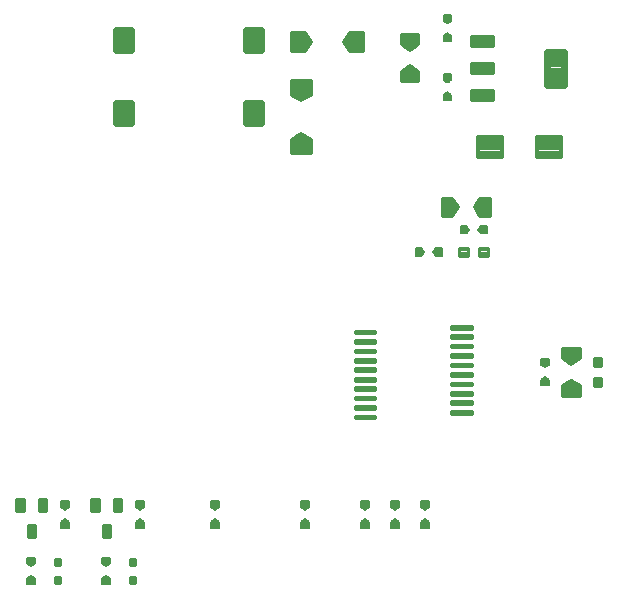
<source format=gbr>
G75*
%MOIN*%
%OFA0B0*%
%FSLAX25Y25*%
%IPPOS*%
%LPD*%
%AMOC8*
5,1,8,0,0,1.08239X$1,22.5*
%
%ADD10C,0.00886*%
%ADD11C,0.01200*%
%ADD12C,0.00500*%
%ADD13C,0.01063*%
%ADD14C,0.01451*%
%ADD15C,0.02182*%
%ADD16C,0.01296*%
%ADD17C,0.02418*%
%ADD18C,0.00850*%
D10*
X0146674Y0116246D02*
X0153464Y0116246D01*
X0146674Y0116246D02*
X0146674Y0117132D01*
X0153464Y0117132D01*
X0153464Y0116246D01*
X0153464Y0117131D02*
X0146674Y0117131D01*
X0146674Y0119396D02*
X0153464Y0119396D01*
X0146674Y0119396D02*
X0146674Y0120282D01*
X0153464Y0120282D01*
X0153464Y0119396D01*
X0153464Y0120281D02*
X0146674Y0120281D01*
X0146674Y0122545D02*
X0153464Y0122545D01*
X0146674Y0122545D02*
X0146674Y0123431D01*
X0153464Y0123431D01*
X0153464Y0122545D01*
X0153464Y0123430D02*
X0146674Y0123430D01*
X0146674Y0125695D02*
X0153464Y0125695D01*
X0146674Y0125695D02*
X0146674Y0126581D01*
X0153464Y0126581D01*
X0153464Y0125695D01*
X0153464Y0126580D02*
X0146674Y0126580D01*
X0146674Y0128844D02*
X0153464Y0128844D01*
X0146674Y0128844D02*
X0146674Y0129730D01*
X0153464Y0129730D01*
X0153464Y0128844D01*
X0153464Y0129729D02*
X0146674Y0129729D01*
X0146674Y0131994D02*
X0153464Y0131994D01*
X0146674Y0131994D02*
X0146674Y0132880D01*
X0153464Y0132880D01*
X0153464Y0131994D01*
X0153464Y0132879D02*
X0146674Y0132879D01*
X0146674Y0135144D02*
X0153464Y0135144D01*
X0146674Y0135144D02*
X0146674Y0136030D01*
X0153464Y0136030D01*
X0153464Y0135144D01*
X0153464Y0136029D02*
X0146674Y0136029D01*
X0146674Y0138293D02*
X0153464Y0138293D01*
X0146674Y0138293D02*
X0146674Y0139179D01*
X0153464Y0139179D01*
X0153464Y0138293D01*
X0153464Y0139178D02*
X0146674Y0139178D01*
X0146674Y0141443D02*
X0153464Y0141443D01*
X0146674Y0141443D02*
X0146674Y0142329D01*
X0153464Y0142329D01*
X0153464Y0141443D01*
X0153464Y0142328D02*
X0146674Y0142328D01*
X0146674Y0144592D02*
X0153464Y0144592D01*
X0146674Y0144592D02*
X0146674Y0145478D01*
X0153464Y0145478D01*
X0153464Y0144592D01*
X0153464Y0145477D02*
X0146674Y0145477D01*
X0178957Y0146167D02*
X0185747Y0146167D01*
X0178957Y0146167D02*
X0178957Y0147053D01*
X0185747Y0147053D01*
X0185747Y0146167D01*
X0185747Y0147052D02*
X0178957Y0147052D01*
X0178957Y0143018D02*
X0185747Y0143018D01*
X0178957Y0143018D02*
X0178957Y0143904D01*
X0185747Y0143904D01*
X0185747Y0143018D01*
X0185747Y0143903D02*
X0178957Y0143903D01*
X0178957Y0139868D02*
X0185747Y0139868D01*
X0178957Y0139868D02*
X0178957Y0140754D01*
X0185747Y0140754D01*
X0185747Y0139868D01*
X0185747Y0140753D02*
X0178957Y0140753D01*
X0178957Y0136718D02*
X0185747Y0136718D01*
X0178957Y0136718D02*
X0178957Y0137604D01*
X0185747Y0137604D01*
X0185747Y0136718D01*
X0185747Y0137603D02*
X0178957Y0137603D01*
X0178957Y0133569D02*
X0185747Y0133569D01*
X0178957Y0133569D02*
X0178957Y0134455D01*
X0185747Y0134455D01*
X0185747Y0133569D01*
X0185747Y0134454D02*
X0178957Y0134454D01*
X0178957Y0130419D02*
X0185747Y0130419D01*
X0178957Y0130419D02*
X0178957Y0131305D01*
X0185747Y0131305D01*
X0185747Y0130419D01*
X0185747Y0131304D02*
X0178957Y0131304D01*
X0178957Y0127270D02*
X0185747Y0127270D01*
X0178957Y0127270D02*
X0178957Y0128156D01*
X0185747Y0128156D01*
X0185747Y0127270D01*
X0185747Y0128155D02*
X0178957Y0128155D01*
X0178957Y0124120D02*
X0185747Y0124120D01*
X0178957Y0124120D02*
X0178957Y0125006D01*
X0185747Y0125006D01*
X0185747Y0124120D01*
X0185747Y0125005D02*
X0178957Y0125005D01*
X0178957Y0120970D02*
X0185747Y0120970D01*
X0178957Y0120970D02*
X0178957Y0121856D01*
X0185747Y0121856D01*
X0185747Y0120970D01*
X0185747Y0121855D02*
X0178957Y0121855D01*
X0178957Y0117821D02*
X0185747Y0117821D01*
X0178957Y0117821D02*
X0178957Y0118707D01*
X0185747Y0118707D01*
X0185747Y0117821D01*
X0185747Y0118706D02*
X0178957Y0118706D01*
D11*
X0216105Y0123837D02*
X0216105Y0126962D01*
X0218917Y0128837D01*
X0221730Y0126962D01*
X0221730Y0123837D01*
X0216105Y0123837D01*
X0216105Y0123898D02*
X0221730Y0123898D01*
X0221730Y0125096D02*
X0216105Y0125096D01*
X0216105Y0126295D02*
X0221730Y0126295D01*
X0220933Y0127493D02*
X0216902Y0127493D01*
X0218699Y0128692D02*
X0219135Y0128692D01*
X0218917Y0134462D02*
X0216105Y0136337D01*
X0216105Y0139462D01*
X0221730Y0139462D01*
X0221730Y0136337D01*
X0218917Y0134462D01*
X0218584Y0134684D02*
X0219251Y0134684D01*
X0221048Y0135883D02*
X0216786Y0135883D01*
X0216105Y0137081D02*
X0221730Y0137081D01*
X0221730Y0138280D02*
X0216105Y0138280D01*
X0191730Y0183837D02*
X0188605Y0183837D01*
X0186730Y0186650D01*
X0188605Y0189462D01*
X0191730Y0189462D01*
X0191730Y0183837D01*
X0191730Y0185022D02*
X0187815Y0185022D01*
X0187016Y0186220D02*
X0191730Y0186220D01*
X0191730Y0187419D02*
X0187243Y0187419D01*
X0188042Y0188617D02*
X0191730Y0188617D01*
X0181105Y0186650D02*
X0179230Y0183837D01*
X0176105Y0183837D01*
X0176105Y0189462D01*
X0179230Y0189462D01*
X0181105Y0186650D01*
X0180819Y0186220D02*
X0176105Y0186220D01*
X0176105Y0185022D02*
X0180020Y0185022D01*
X0180592Y0187419D02*
X0176105Y0187419D01*
X0176105Y0188617D02*
X0179793Y0188617D01*
X0167980Y0228522D02*
X0162355Y0228522D01*
X0162355Y0231647D01*
X0165167Y0233522D01*
X0167980Y0231647D01*
X0167980Y0228522D01*
X0167980Y0229367D02*
X0162355Y0229367D01*
X0162355Y0230565D02*
X0167980Y0230565D01*
X0167805Y0231764D02*
X0162530Y0231764D01*
X0164328Y0232962D02*
X0166007Y0232962D01*
X0165167Y0239147D02*
X0162355Y0241022D01*
X0162355Y0244147D01*
X0167980Y0244147D01*
X0167980Y0241022D01*
X0165167Y0239147D01*
X0163658Y0240153D02*
X0166677Y0240153D01*
X0167980Y0241352D02*
X0162355Y0241352D01*
X0162355Y0242550D02*
X0167980Y0242550D01*
X0167980Y0243749D02*
X0162355Y0243749D01*
X0149542Y0243749D02*
X0144552Y0243749D01*
X0145167Y0244775D02*
X0143292Y0241650D01*
X0145167Y0238525D01*
X0149542Y0238525D01*
X0149542Y0244775D01*
X0145167Y0244775D01*
X0143833Y0242550D02*
X0149542Y0242550D01*
X0149542Y0241352D02*
X0143471Y0241352D01*
X0144190Y0240153D02*
X0149542Y0240153D01*
X0149542Y0238955D02*
X0144909Y0238955D01*
X0132042Y0241650D02*
X0130167Y0238525D01*
X0125792Y0238525D01*
X0125792Y0244775D01*
X0130167Y0244775D01*
X0132042Y0241650D01*
X0131864Y0241352D02*
X0125792Y0241352D01*
X0125792Y0242550D02*
X0131502Y0242550D01*
X0130783Y0243749D02*
X0125792Y0243749D01*
X0125792Y0240153D02*
X0131145Y0240153D01*
X0130425Y0238955D02*
X0125792Y0238955D01*
X0125792Y0228525D02*
X0125792Y0224150D01*
X0128917Y0222275D01*
X0132042Y0224150D01*
X0132042Y0228525D01*
X0125792Y0228525D01*
X0125792Y0228168D02*
X0132042Y0228168D01*
X0132042Y0226970D02*
X0125792Y0226970D01*
X0125792Y0225771D02*
X0132042Y0225771D01*
X0132042Y0224573D02*
X0125792Y0224573D01*
X0127085Y0223374D02*
X0130750Y0223374D01*
X0128917Y0211025D02*
X0125792Y0209150D01*
X0125792Y0204775D01*
X0132042Y0204775D01*
X0132042Y0209150D01*
X0128917Y0211025D01*
X0127527Y0210191D02*
X0130307Y0210191D01*
X0132042Y0208992D02*
X0125792Y0208992D01*
X0125792Y0207794D02*
X0132042Y0207794D01*
X0132042Y0206595D02*
X0125792Y0206595D01*
X0125792Y0205397D02*
X0132042Y0205397D01*
D12*
X0037667Y0062900D02*
X0037667Y0061025D01*
X0040167Y0061025D01*
X0040167Y0062900D01*
X0038917Y0063837D01*
X0037667Y0062900D01*
X0037757Y0062966D02*
X0040078Y0062966D01*
X0040167Y0062468D02*
X0037667Y0062468D01*
X0037667Y0061969D02*
X0040167Y0061969D01*
X0040167Y0061471D02*
X0037667Y0061471D01*
X0038421Y0063465D02*
X0039413Y0063465D01*
X0038917Y0066962D02*
X0037667Y0067900D01*
X0037667Y0069775D01*
X0040167Y0069775D01*
X0040167Y0067900D01*
X0038917Y0066962D01*
X0038263Y0067453D02*
X0039572Y0067453D01*
X0040167Y0067952D02*
X0037667Y0067952D01*
X0037667Y0068450D02*
X0040167Y0068450D01*
X0040167Y0068949D02*
X0037667Y0068949D01*
X0037667Y0069447D02*
X0040167Y0069447D01*
X0048917Y0079775D02*
X0048917Y0081650D01*
X0050167Y0082587D01*
X0051417Y0081650D01*
X0051417Y0079775D01*
X0048917Y0079775D01*
X0048917Y0079916D02*
X0051417Y0079916D01*
X0051417Y0080414D02*
X0048917Y0080414D01*
X0048917Y0080913D02*
X0051417Y0080913D01*
X0051417Y0081411D02*
X0048917Y0081411D01*
X0049264Y0081910D02*
X0051070Y0081910D01*
X0050406Y0082408D02*
X0049929Y0082408D01*
X0050167Y0085712D02*
X0048917Y0086650D01*
X0048917Y0088525D01*
X0051417Y0088525D01*
X0051417Y0086650D01*
X0050167Y0085712D01*
X0049919Y0085898D02*
X0050415Y0085898D01*
X0051080Y0086397D02*
X0049255Y0086397D01*
X0048917Y0086895D02*
X0051417Y0086895D01*
X0051417Y0087394D02*
X0048917Y0087394D01*
X0048917Y0087892D02*
X0051417Y0087892D01*
X0051417Y0088391D02*
X0048917Y0088391D01*
X0062667Y0069775D02*
X0065167Y0069775D01*
X0065167Y0067900D01*
X0063917Y0066962D01*
X0062667Y0067900D01*
X0062667Y0069775D01*
X0062667Y0069447D02*
X0065167Y0069447D01*
X0065167Y0068949D02*
X0062667Y0068949D01*
X0062667Y0068450D02*
X0065167Y0068450D01*
X0065167Y0067952D02*
X0062667Y0067952D01*
X0063263Y0067453D02*
X0064572Y0067453D01*
X0063917Y0063837D02*
X0065167Y0062900D01*
X0065167Y0061025D01*
X0062667Y0061025D01*
X0062667Y0062900D01*
X0063917Y0063837D01*
X0063421Y0063465D02*
X0064413Y0063465D01*
X0065078Y0062966D02*
X0062757Y0062966D01*
X0062667Y0062468D02*
X0065167Y0062468D01*
X0065167Y0061969D02*
X0062667Y0061969D01*
X0062667Y0061471D02*
X0065167Y0061471D01*
X0073917Y0079775D02*
X0073917Y0081650D01*
X0075167Y0082587D01*
X0076417Y0081650D01*
X0076417Y0079775D01*
X0073917Y0079775D01*
X0073917Y0079916D02*
X0076417Y0079916D01*
X0076417Y0080414D02*
X0073917Y0080414D01*
X0073917Y0080913D02*
X0076417Y0080913D01*
X0076417Y0081411D02*
X0073917Y0081411D01*
X0074264Y0081910D02*
X0076070Y0081910D01*
X0075406Y0082408D02*
X0074929Y0082408D01*
X0075167Y0085712D02*
X0073917Y0086650D01*
X0073917Y0088525D01*
X0076417Y0088525D01*
X0076417Y0086650D01*
X0075167Y0085712D01*
X0074919Y0085898D02*
X0075415Y0085898D01*
X0076080Y0086397D02*
X0074255Y0086397D01*
X0073917Y0086895D02*
X0076417Y0086895D01*
X0076417Y0087394D02*
X0073917Y0087394D01*
X0073917Y0087892D02*
X0076417Y0087892D01*
X0076417Y0088391D02*
X0073917Y0088391D01*
X0098917Y0088391D02*
X0101417Y0088391D01*
X0101417Y0088525D02*
X0101417Y0086650D01*
X0100167Y0085712D01*
X0098917Y0086650D01*
X0098917Y0088525D01*
X0101417Y0088525D01*
X0101417Y0087892D02*
X0098917Y0087892D01*
X0098917Y0087394D02*
X0101417Y0087394D01*
X0101417Y0086895D02*
X0098917Y0086895D01*
X0099255Y0086397D02*
X0101080Y0086397D01*
X0100415Y0085898D02*
X0099919Y0085898D01*
X0100167Y0082587D02*
X0098917Y0081650D01*
X0098917Y0079775D01*
X0101417Y0079775D01*
X0101417Y0081650D01*
X0100167Y0082587D01*
X0099929Y0082408D02*
X0100406Y0082408D01*
X0101070Y0081910D02*
X0099264Y0081910D01*
X0098917Y0081411D02*
X0101417Y0081411D01*
X0101417Y0080913D02*
X0098917Y0080913D01*
X0098917Y0080414D02*
X0101417Y0080414D01*
X0101417Y0079916D02*
X0098917Y0079916D01*
X0128917Y0079916D02*
X0131417Y0079916D01*
X0131417Y0079775D02*
X0128917Y0079775D01*
X0128917Y0081650D01*
X0130167Y0082587D01*
X0131417Y0081650D01*
X0131417Y0079775D01*
X0131417Y0080414D02*
X0128917Y0080414D01*
X0128917Y0080913D02*
X0131417Y0080913D01*
X0131417Y0081411D02*
X0128917Y0081411D01*
X0129264Y0081910D02*
X0131070Y0081910D01*
X0130406Y0082408D02*
X0129929Y0082408D01*
X0130167Y0085712D02*
X0128917Y0086650D01*
X0128917Y0088525D01*
X0131417Y0088525D01*
X0131417Y0086650D01*
X0130167Y0085712D01*
X0129919Y0085898D02*
X0130415Y0085898D01*
X0131080Y0086397D02*
X0129255Y0086397D01*
X0128917Y0086895D02*
X0131417Y0086895D01*
X0131417Y0087394D02*
X0128917Y0087394D01*
X0128917Y0087892D02*
X0131417Y0087892D01*
X0131417Y0088391D02*
X0128917Y0088391D01*
X0148917Y0088391D02*
X0151417Y0088391D01*
X0151417Y0088525D02*
X0151417Y0086650D01*
X0150167Y0085712D01*
X0148917Y0086650D01*
X0148917Y0088525D01*
X0151417Y0088525D01*
X0151417Y0087892D02*
X0148917Y0087892D01*
X0148917Y0087394D02*
X0151417Y0087394D01*
X0151417Y0086895D02*
X0148917Y0086895D01*
X0149255Y0086397D02*
X0151080Y0086397D01*
X0150415Y0085898D02*
X0149919Y0085898D01*
X0150167Y0082587D02*
X0151417Y0081650D01*
X0151417Y0079775D01*
X0148917Y0079775D01*
X0148917Y0081650D01*
X0150167Y0082587D01*
X0149929Y0082408D02*
X0150406Y0082408D01*
X0151070Y0081910D02*
X0149264Y0081910D01*
X0148917Y0081411D02*
X0151417Y0081411D01*
X0151417Y0080913D02*
X0148917Y0080913D01*
X0148917Y0080414D02*
X0151417Y0080414D01*
X0151417Y0079916D02*
X0148917Y0079916D01*
X0158917Y0079916D02*
X0161417Y0079916D01*
X0161417Y0079775D02*
X0158917Y0079775D01*
X0158917Y0081650D01*
X0160167Y0082587D01*
X0161417Y0081650D01*
X0161417Y0079775D01*
X0161417Y0080414D02*
X0158917Y0080414D01*
X0158917Y0080913D02*
X0161417Y0080913D01*
X0161417Y0081411D02*
X0158917Y0081411D01*
X0159264Y0081910D02*
X0161070Y0081910D01*
X0160406Y0082408D02*
X0159929Y0082408D01*
X0160167Y0085712D02*
X0158917Y0086650D01*
X0158917Y0088525D01*
X0161417Y0088525D01*
X0161417Y0086650D01*
X0160167Y0085712D01*
X0159919Y0085898D02*
X0160415Y0085898D01*
X0161080Y0086397D02*
X0159255Y0086397D01*
X0158917Y0086895D02*
X0161417Y0086895D01*
X0161417Y0087394D02*
X0158917Y0087394D01*
X0158917Y0087892D02*
X0161417Y0087892D01*
X0161417Y0088391D02*
X0158917Y0088391D01*
X0168917Y0088391D02*
X0171417Y0088391D01*
X0171417Y0088525D02*
X0171417Y0086650D01*
X0170167Y0085712D01*
X0168917Y0086650D01*
X0168917Y0088525D01*
X0171417Y0088525D01*
X0171417Y0087892D02*
X0168917Y0087892D01*
X0168917Y0087394D02*
X0171417Y0087394D01*
X0171417Y0086895D02*
X0168917Y0086895D01*
X0169255Y0086397D02*
X0171080Y0086397D01*
X0170415Y0085898D02*
X0169919Y0085898D01*
X0170167Y0082587D02*
X0171417Y0081650D01*
X0171417Y0079775D01*
X0168917Y0079775D01*
X0168917Y0081650D01*
X0170167Y0082587D01*
X0169929Y0082408D02*
X0170406Y0082408D01*
X0171070Y0081910D02*
X0169264Y0081910D01*
X0168917Y0081411D02*
X0171417Y0081411D01*
X0171417Y0080913D02*
X0168917Y0080913D01*
X0168917Y0080414D02*
X0171417Y0080414D01*
X0171417Y0079916D02*
X0168917Y0079916D01*
X0208917Y0127275D02*
X0211417Y0127275D01*
X0211417Y0129150D01*
X0210167Y0130087D01*
X0208917Y0129150D01*
X0208917Y0127275D01*
X0208917Y0127773D02*
X0211417Y0127773D01*
X0211417Y0128271D02*
X0208917Y0128271D01*
X0208917Y0128770D02*
X0211417Y0128770D01*
X0211259Y0129269D02*
X0209076Y0129269D01*
X0209741Y0129767D02*
X0210594Y0129767D01*
X0210167Y0133212D02*
X0208917Y0134150D01*
X0208917Y0136025D01*
X0211417Y0136025D01*
X0211417Y0134150D01*
X0210167Y0133212D01*
X0210108Y0133257D02*
X0210227Y0133257D01*
X0210891Y0133755D02*
X0209443Y0133755D01*
X0208917Y0134254D02*
X0211417Y0134254D01*
X0211417Y0134752D02*
X0208917Y0134752D01*
X0208917Y0135251D02*
X0211417Y0135251D01*
X0211417Y0135749D02*
X0208917Y0135749D01*
X0175792Y0170400D02*
X0173917Y0170400D01*
X0172980Y0171650D01*
X0173917Y0172900D01*
X0175792Y0172900D01*
X0175792Y0170400D01*
X0175792Y0170645D02*
X0173733Y0170645D01*
X0173359Y0171143D02*
X0175792Y0171143D01*
X0175792Y0171642D02*
X0172986Y0171642D01*
X0173348Y0172140D02*
X0175792Y0172140D01*
X0175792Y0172639D02*
X0173722Y0172639D01*
X0169855Y0171650D02*
X0168917Y0170400D01*
X0167042Y0170400D01*
X0167042Y0172900D01*
X0168917Y0172900D01*
X0169855Y0171650D01*
X0169849Y0171642D02*
X0167042Y0171642D01*
X0167042Y0172140D02*
X0169487Y0172140D01*
X0169113Y0172639D02*
X0167042Y0172639D01*
X0167042Y0171143D02*
X0169475Y0171143D01*
X0169101Y0170645D02*
X0167042Y0170645D01*
X0182042Y0177900D02*
X0182042Y0180400D01*
X0183917Y0180400D01*
X0184855Y0179150D01*
X0183917Y0177900D01*
X0182042Y0177900D01*
X0182042Y0178123D02*
X0184085Y0178123D01*
X0184458Y0178621D02*
X0182042Y0178621D01*
X0182042Y0179120D02*
X0184832Y0179120D01*
X0184503Y0179618D02*
X0182042Y0179618D01*
X0182042Y0180117D02*
X0184130Y0180117D01*
X0187980Y0179150D02*
X0188917Y0177900D01*
X0190792Y0177900D01*
X0190792Y0180400D01*
X0188917Y0180400D01*
X0187980Y0179150D01*
X0188002Y0179120D02*
X0190792Y0179120D01*
X0190792Y0179618D02*
X0188331Y0179618D01*
X0188705Y0180117D02*
X0190792Y0180117D01*
X0190792Y0178621D02*
X0188376Y0178621D01*
X0188750Y0178123D02*
X0190792Y0178123D01*
X0178917Y0222275D02*
X0176417Y0222275D01*
X0176417Y0224150D01*
X0177667Y0225087D01*
X0178917Y0224150D01*
X0178917Y0222275D01*
X0178917Y0222490D02*
X0176417Y0222490D01*
X0176417Y0222989D02*
X0178917Y0222989D01*
X0178917Y0223487D02*
X0176417Y0223487D01*
X0176417Y0223986D02*
X0178917Y0223986D01*
X0178471Y0224484D02*
X0176863Y0224484D01*
X0177528Y0224983D02*
X0177807Y0224983D01*
X0177667Y0228212D02*
X0176417Y0229150D01*
X0176417Y0231025D01*
X0178917Y0231025D01*
X0178917Y0229150D01*
X0177667Y0228212D01*
X0177320Y0228472D02*
X0178014Y0228472D01*
X0178679Y0228971D02*
X0176656Y0228971D01*
X0176417Y0229469D02*
X0178917Y0229469D01*
X0178917Y0229968D02*
X0176417Y0229968D01*
X0176417Y0230466D02*
X0178917Y0230466D01*
X0178917Y0230965D02*
X0176417Y0230965D01*
X0176417Y0241965D02*
X0178917Y0241965D01*
X0178917Y0243840D01*
X0177667Y0244777D01*
X0176417Y0243840D01*
X0176417Y0241965D01*
X0176417Y0242431D02*
X0178917Y0242431D01*
X0178917Y0242929D02*
X0176417Y0242929D01*
X0176417Y0243428D02*
X0178917Y0243428D01*
X0178802Y0243926D02*
X0176533Y0243926D01*
X0177197Y0244425D02*
X0178137Y0244425D01*
X0177667Y0247902D02*
X0176417Y0248840D01*
X0176417Y0250715D01*
X0178917Y0250715D01*
X0178917Y0248840D01*
X0177667Y0247902D01*
X0177651Y0247914D02*
X0177684Y0247914D01*
X0178348Y0248413D02*
X0176986Y0248413D01*
X0176417Y0248911D02*
X0178917Y0248911D01*
X0178917Y0249410D02*
X0176417Y0249410D01*
X0176417Y0249908D02*
X0178917Y0249908D01*
X0178917Y0250407D02*
X0176417Y0250407D01*
D13*
X0181634Y0172890D02*
X0184508Y0172890D01*
X0184508Y0170410D01*
X0181634Y0170410D01*
X0181634Y0172890D01*
X0181634Y0171472D02*
X0184508Y0171472D01*
X0184508Y0172534D02*
X0181634Y0172534D01*
X0188327Y0172890D02*
X0191201Y0172890D01*
X0191201Y0170410D01*
X0188327Y0170410D01*
X0188327Y0172890D01*
X0188327Y0171472D02*
X0191201Y0171472D01*
X0191201Y0172534D02*
X0188327Y0172534D01*
X0228907Y0136433D02*
X0228907Y0133559D01*
X0226427Y0133559D01*
X0226427Y0136433D01*
X0228907Y0136433D01*
X0228907Y0134621D02*
X0226427Y0134621D01*
X0226427Y0135683D02*
X0228907Y0135683D01*
X0228907Y0129740D02*
X0228907Y0126866D01*
X0226427Y0126866D01*
X0226427Y0129740D01*
X0228907Y0129740D01*
X0228907Y0127928D02*
X0226427Y0127928D01*
X0226427Y0128990D02*
X0228907Y0128990D01*
X0068897Y0089258D02*
X0066417Y0089258D01*
X0068897Y0089258D02*
X0068897Y0085202D01*
X0066417Y0085202D01*
X0066417Y0089258D01*
X0066417Y0086264D02*
X0068897Y0086264D01*
X0068897Y0087326D02*
X0066417Y0087326D01*
X0066417Y0088388D02*
X0068897Y0088388D01*
X0061417Y0089258D02*
X0058937Y0089258D01*
X0061417Y0089258D02*
X0061417Y0085202D01*
X0058937Y0085202D01*
X0058937Y0089258D01*
X0058937Y0086264D02*
X0061417Y0086264D01*
X0061417Y0087326D02*
X0058937Y0087326D01*
X0058937Y0088388D02*
X0061417Y0088388D01*
X0062677Y0080597D02*
X0065157Y0080597D01*
X0065157Y0076541D01*
X0062677Y0076541D01*
X0062677Y0080597D01*
X0062677Y0077603D02*
X0065157Y0077603D01*
X0065157Y0078665D02*
X0062677Y0078665D01*
X0062677Y0079727D02*
X0065157Y0079727D01*
X0043897Y0089258D02*
X0041417Y0089258D01*
X0043897Y0089258D02*
X0043897Y0085202D01*
X0041417Y0085202D01*
X0041417Y0089258D01*
X0041417Y0086264D02*
X0043897Y0086264D01*
X0043897Y0087326D02*
X0041417Y0087326D01*
X0041417Y0088388D02*
X0043897Y0088388D01*
X0036417Y0089258D02*
X0033937Y0089258D01*
X0036417Y0089258D02*
X0036417Y0085202D01*
X0033937Y0085202D01*
X0033937Y0089258D01*
X0033937Y0086264D02*
X0036417Y0086264D01*
X0036417Y0087326D02*
X0033937Y0087326D01*
X0033937Y0088388D02*
X0036417Y0088388D01*
X0037677Y0080597D02*
X0040157Y0080597D01*
X0040157Y0076541D01*
X0037677Y0076541D01*
X0037677Y0080597D01*
X0037677Y0077603D02*
X0040157Y0077603D01*
X0040157Y0078665D02*
X0037677Y0078665D01*
X0037677Y0079727D02*
X0040157Y0079727D01*
D14*
X0187797Y0203345D02*
X0195983Y0203345D01*
X0187797Y0203345D02*
X0187797Y0209955D01*
X0195983Y0209955D01*
X0195983Y0203345D01*
X0195983Y0204795D02*
X0187797Y0204795D01*
X0187797Y0206245D02*
X0195983Y0206245D01*
X0195983Y0207695D02*
X0187797Y0207695D01*
X0187797Y0209145D02*
X0195983Y0209145D01*
X0207482Y0203345D02*
X0215668Y0203345D01*
X0207482Y0203345D02*
X0207482Y0209955D01*
X0215668Y0209955D01*
X0215668Y0203345D01*
X0215668Y0204795D02*
X0207482Y0204795D01*
X0207482Y0206245D02*
X0215668Y0206245D01*
X0215668Y0207695D02*
X0207482Y0207695D01*
X0207482Y0209145D02*
X0215668Y0209145D01*
D15*
X0110525Y0214734D02*
X0110525Y0221400D01*
X0115617Y0221400D01*
X0115617Y0214734D01*
X0110525Y0214734D01*
X0110525Y0216915D02*
X0115617Y0216915D01*
X0115617Y0219096D02*
X0110525Y0219096D01*
X0110525Y0221277D02*
X0115617Y0221277D01*
X0110525Y0238947D02*
X0110525Y0245613D01*
X0115617Y0245613D01*
X0115617Y0238947D01*
X0110525Y0238947D01*
X0110525Y0241128D02*
X0115617Y0241128D01*
X0115617Y0243309D02*
X0110525Y0243309D01*
X0110525Y0245490D02*
X0115617Y0245490D01*
X0067218Y0245613D02*
X0067218Y0238947D01*
X0067218Y0245613D02*
X0072310Y0245613D01*
X0072310Y0238947D01*
X0067218Y0238947D01*
X0067218Y0241128D02*
X0072310Y0241128D01*
X0072310Y0243309D02*
X0067218Y0243309D01*
X0067218Y0245490D02*
X0072310Y0245490D01*
X0067218Y0221400D02*
X0067218Y0214734D01*
X0067218Y0221400D02*
X0072310Y0221400D01*
X0072310Y0214734D01*
X0067218Y0214734D01*
X0067218Y0216915D02*
X0072310Y0216915D01*
X0072310Y0219096D02*
X0067218Y0219096D01*
X0067218Y0221277D02*
X0072310Y0221277D01*
D16*
X0185705Y0222288D02*
X0185705Y0225312D01*
X0192729Y0225312D01*
X0192729Y0222288D01*
X0185705Y0222288D01*
X0185705Y0223583D02*
X0192729Y0223583D01*
X0192729Y0224878D02*
X0185705Y0224878D01*
X0185705Y0231388D02*
X0185705Y0234412D01*
X0192729Y0234412D01*
X0192729Y0231388D01*
X0185705Y0231388D01*
X0185705Y0232683D02*
X0192729Y0232683D01*
X0192729Y0233978D02*
X0185705Y0233978D01*
X0185705Y0240488D02*
X0185705Y0243512D01*
X0192729Y0243512D01*
X0192729Y0240488D01*
X0185705Y0240488D01*
X0185705Y0241783D02*
X0192729Y0241783D01*
X0192729Y0243078D02*
X0185705Y0243078D01*
D17*
X0210797Y0238477D02*
X0210797Y0227323D01*
X0210797Y0238477D02*
X0216439Y0238477D01*
X0216439Y0227323D01*
X0210797Y0227323D01*
X0210797Y0229740D02*
X0216439Y0229740D01*
X0216439Y0232157D02*
X0210797Y0232157D01*
X0210797Y0234574D02*
X0216439Y0234574D01*
X0216439Y0236991D02*
X0210797Y0236991D01*
D18*
X0073659Y0069344D02*
X0071675Y0069344D01*
X0073659Y0069344D02*
X0073659Y0067360D01*
X0071675Y0067360D01*
X0071675Y0069344D01*
X0071675Y0068209D02*
X0073659Y0068209D01*
X0073659Y0069058D02*
X0071675Y0069058D01*
X0071675Y0063439D02*
X0073659Y0063439D01*
X0073659Y0061455D01*
X0071675Y0061455D01*
X0071675Y0063439D01*
X0071675Y0062304D02*
X0073659Y0062304D01*
X0073659Y0063153D02*
X0071675Y0063153D01*
X0048659Y0063439D02*
X0046675Y0063439D01*
X0048659Y0063439D02*
X0048659Y0061455D01*
X0046675Y0061455D01*
X0046675Y0063439D01*
X0046675Y0062304D02*
X0048659Y0062304D01*
X0048659Y0063153D02*
X0046675Y0063153D01*
X0046675Y0069344D02*
X0048659Y0069344D01*
X0048659Y0067360D01*
X0046675Y0067360D01*
X0046675Y0069344D01*
X0046675Y0068209D02*
X0048659Y0068209D01*
X0048659Y0069058D02*
X0046675Y0069058D01*
M02*

</source>
